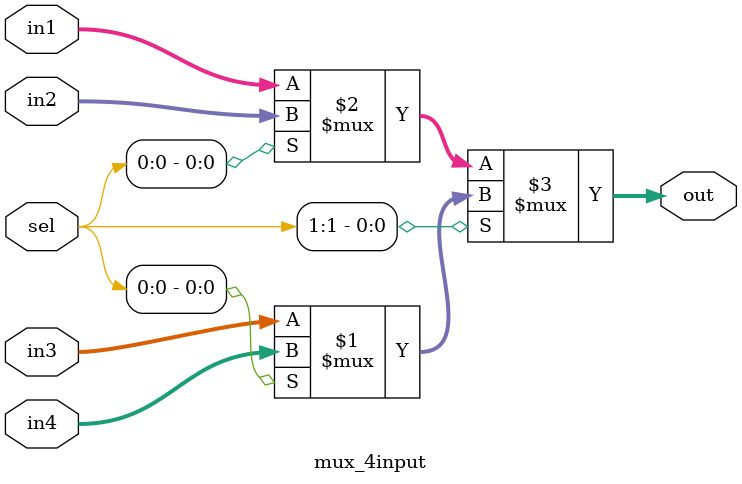
<source format=v>
module mux_2input(in1, in2, sel, out);
  parameter LENGTH = 8;
  input sel;
  input [LENGTH-1:0] in1, in2;
  output [LENGTH-1:0] out;

  assign out = (sel == 0) ? in1 : in2;
endmodule // mux

module mux_3input(in1, in2, in3, sel, out);
  parameter LENGTH = 8;
  input [LENGTH-1:0] in1, in2, in3;
  input [1:0] sel;
  output [LENGTH-1:0] out;

  assign out = (sel == 2'd0) ? in1 :
               (sel == 2'd1) ? in2 : in3;
endmodule // mux

module mux_4input(in1, in2, in3, in4, sel, out);
  parameter LENGTH = 8;
  input [LENGTH-1:0] in1, in2, in3, in4;
  input [1:0] sel;
  output [LENGTH-1:0] out;

  assign out = sel[1] ? (sel[0] ? in4 : in3) : (sel[0] ? in2 : in1);
endmodule // mux

</source>
